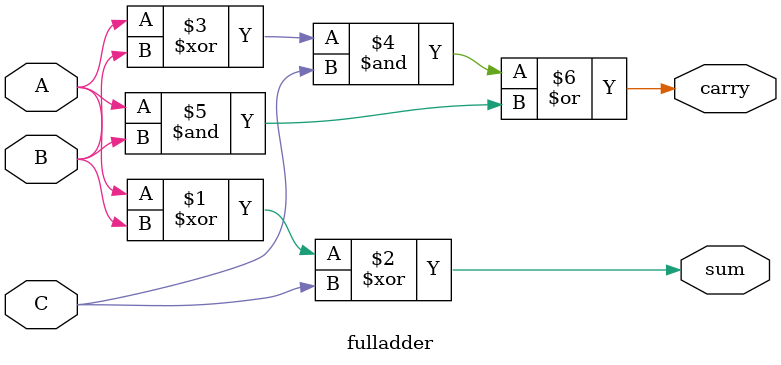
<source format=v>
module fulladder (A, B, C, sum, carry);

input A, B, C; //three switches that act as bit inputs
output sum, carry; // two outputs that give binary number

//or gate that gives a high value if 1 or 3 switches are in on position
assign sum = A^B^C;

// is 1 if two or three switches are on 
assign carry = (A^B) & C | (A & B);

endmodule
</source>
